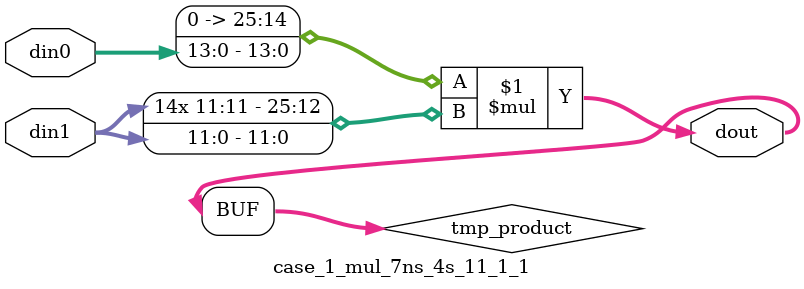
<source format=v>

`timescale 1 ns / 1 ps

 (* use_dsp = "no" *)  module case_1_mul_7ns_4s_11_1_1(din0, din1, dout);
parameter ID = 1;
parameter NUM_STAGE = 0;
parameter din0_WIDTH = 14;
parameter din1_WIDTH = 12;
parameter dout_WIDTH = 26;

input [din0_WIDTH - 1 : 0] din0; 
input [din1_WIDTH - 1 : 0] din1; 
output [dout_WIDTH - 1 : 0] dout;

wire signed [dout_WIDTH - 1 : 0] tmp_product;

























assign tmp_product = $signed({1'b0, din0}) * $signed(din1);










assign dout = tmp_product;





















endmodule

</source>
